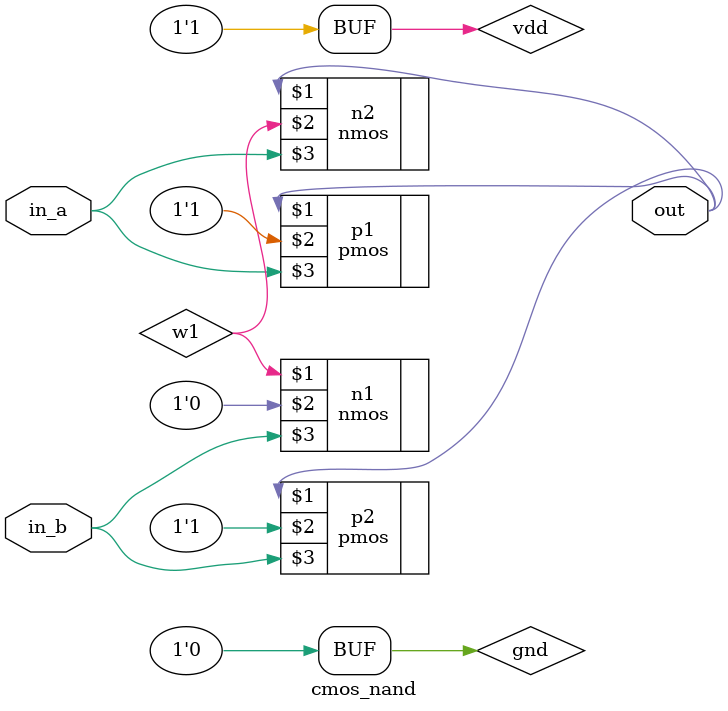
<source format=v>

module cmos_nand(
    input in_a,
    input in_b,
    output out
);
    supply1 vdd;
    supply0 gnd;
    wire w1;

    // Argument order (Drain, Source, gate)
    // PMOS in Parallel
    pmos p1(out, vdd, in_a);
    pmos p2(out, vdd, in_b);

    // NMOS in Series
    nmos n1(w1, gnd, in_b);
    nmos n2(out, w1, in_a);
endmodule
</source>
